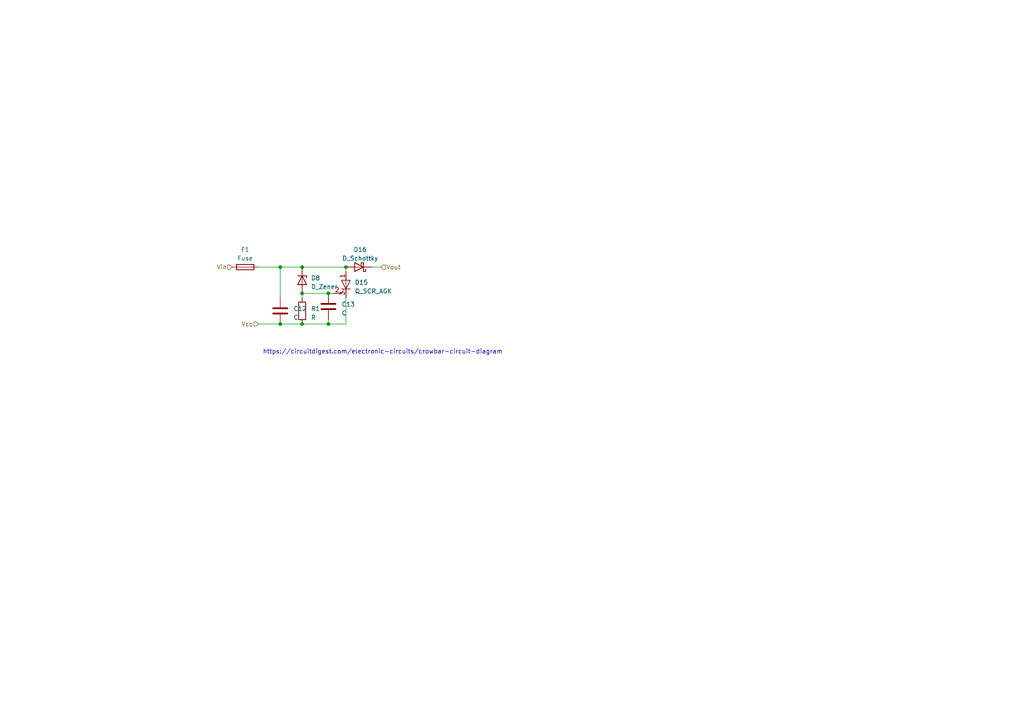
<source format=kicad_sch>
(kicad_sch (version 20230121) (generator eeschema)
  (paper "A4")
  (lib_symbols
    (symbol "Device:C" (pin_numbers hide) (pin_names (offset 0.254))
      (property "Reference" "C" (at 0.635 2.54 0))
      (property "Value" "C" (at 0.635 -2.54 0))
      (symbol "C_0_1"
        (polyline (pts (xy -2.032 -0.762) (xy 2.032 -0.762)) (stroke (width 0.508)))
        (polyline (pts (xy -2.032 0.762) (xy 2.032 0.762)) (stroke (width 0.508)))
      )
      (symbol "C_1_1"
        (pin passive line (at 0 3.81 270) (length 2.794) (name "~") (number "1"))
        (pin passive line (at 0 -3.81 90) (length 2.794) (name "~") (number "2"))
      )
    )
    (symbol "Device:D_Schottky" (pin_numbers hide) (pin_names (offset 1.016) hide)
      (property "Reference" "D" (at 0 2.54 0))
      (property "Value" "D_Schottky" (at 0 -2.54 0))
      (symbol "D_Schottky_0_1"
        (polyline (pts (xy 1.27 0) (xy -1.27 0)))
        (polyline (pts (xy 1.27 1.27) (xy 1.27 -1.27) (xy -1.27 0) (xy 1.27 1.27)) (stroke (width 0.254)))
        (polyline (pts (xy -1.905 0.635) (xy -1.905 1.27) (xy -1.27 1.27) (xy -1.27 -1.27) (xy -0.635 -1.27) (xy -0.635 -0.635)) (stroke (width 0.254)))
      )
      (symbol "D_Schottky_1_1"
        (pin passive line (at -3.81 0 0) (length 2.54) (name "K") (number "1"))
        (pin passive line (at 3.81 0 180) (length 2.54) (name "A") (number "2"))
      )
    )
    (symbol "Device:D_Zener" (pin_numbers hide) (pin_names (offset 1.016) hide)
      (property "Reference" "D" (at 0 2.54 0))
      (property "Value" "D_Zener" (at 0 -2.54 0))
      (symbol "D_Zener_0_1"
        (polyline (pts (xy 1.27 0) (xy -1.27 0)))
        (polyline (pts (xy -1.27 -1.27) (xy -1.27 1.27) (xy -0.762 1.27)) (stroke (width 0.254)))
        (polyline (pts (xy 1.27 -1.27) (xy 1.27 1.27) (xy -1.27 0) (xy 1.27 -1.27)) (stroke (width 0.254)))
      )
      (symbol "D_Zener_1_1"
        (pin passive line (at -3.81 0 0) (length 2.54) (name "K") (number "1"))
        (pin passive line (at 3.81 0 180) (length 2.54) (name "A") (number "2"))
      )
    )
    (symbol "Device:Fuse" (pin_numbers hide) (pin_names (offset 0))
      (property "Reference" "F" (at 2.032 0 90))
      (property "Value" "Fuse" (at -1.905 0 90))
      (symbol "Fuse_0_1"
        (rectangle (start -0.762 -2.54) (end 0.762 2.54) (stroke (width 0.254)))
        (polyline (pts (xy 0 2.54) (xy 0 -2.54)))
      )
      (symbol "Fuse_1_1"
        (pin passive line (at 0 3.81 270) (length 1.27) (name "~") (number "1"))
        (pin passive line (at 0 -3.81 90) (length 1.27) (name "~") (number "2"))
      )
    )
    (symbol "Device:Q_SCR_AGK" (pin_names (offset 0) hide)
      (property "Reference" "D" (at 1.905 0.635 0))
      (property "Value" "Q_SCR_AGK" (at 1.905 -1.27 0))
      (symbol "Q_SCR_AGK_0_1"
        (polyline (pts (xy -1.27 -2.54) (xy -0.635 -1.27)))
        (polyline (pts (xy -1.27 -1.27) (xy 1.27 -1.27)) (stroke (width 0.2032)))
        (polyline (pts (xy 0 -2.54) (xy 0 2.54)))
        (polyline (pts (xy -1.27 1.27) (xy 1.27 1.27) (xy 0 -1.27) (xy -1.27 1.27)) (stroke (width 0.2032)))
      )
      (symbol "Q_SCR_AGK_1_1"
        (pin passive line (at 0 3.81 270) (length 2.54) (name "A") (number "1"))
        (pin input line (at -3.81 -2.54 0) (length 2.54) (name "G") (number "2"))
        (pin passive line (at 0 -3.81 90) (length 2.54) (name "K") (number "3"))
      )
    )
    (symbol "Device:R" (pin_numbers hide) (pin_names (offset 0))
      (property "Reference" "R" (at 2.032 0 90))
      (property "Value" "R" (at 0 0 90))
      (symbol "R_0_1"
        (rectangle (start -1.016 -2.54) (end 1.016 2.54) (stroke (width 0.254)))
      )
      (symbol "R_1_1"
        (pin passive line (at 0 3.81 270) (length 1.27) (name "~") (number "1"))
        (pin passive line (at 0 -3.81 90) (length 1.27) (name "~") (number "2"))
      )
    )
  )
  (junction (at 100.33 77.47))
  (junction (at 87.63 77.47))
  (junction (at 87.63 93.98))
  (junction (at 95.25 93.98))
  (junction (at 81.28 77.47))
  (junction (at 81.28 93.98))
  (junction (at 87.63 85.09))
  (junction (at 95.25 85.09))
  (wire (pts (xy 87.63 85.09) (xy 95.25 85.09)))
  (wire (pts (xy 81.28 93.98) (xy 87.63 93.98)))
  (wire (pts (xy 100.33 77.47) (xy 87.63 77.47)))
  (wire (pts (xy 74.93 93.98) (xy 81.28 93.98)))
  (wire (pts (xy 74.93 77.47) (xy 81.28 77.47)))
  (wire (pts (xy 100.33 93.98) (xy 100.33 86.36)))
  (wire (pts (xy 87.63 93.98) (xy 95.25 93.98)))
  (wire (pts (xy 110.49 77.47) (xy 107.95 77.47)))
  (wire (pts (xy 95.25 93.98) (xy 100.33 93.98)))
  (wire (pts (xy 87.63 86.36) (xy 87.63 85.09)))
  (wire (pts (xy 95.25 85.09) (xy 96.52 85.09)))
  (wire (pts (xy 95.25 93.98) (xy 95.25 92.71)))
  (wire (pts (xy 81.28 77.47) (xy 81.28 86.36)))
  (wire (pts (xy 81.28 77.47) (xy 87.63 77.47)))
  (wire (pts (xy 100.33 78.74) (xy 100.33 77.47)))
  (text "https://circuitdigest.com/electronic-circuits/crowbar-circuit-diagram" (at 76.2 102.87 0) (effects (font (size 1.27 1.27)) (justify left bottom)))
  (hierarchical_label "Vout" (shape input) (at 110.49 77.47 0))
  (hierarchical_label "Vin" (shape input) (at 67.31 77.47 180))
  (hierarchical_label "Vcc" (shape input) (at 74.93 93.98 180))
  (symbol (lib_id "Device:C") (at 81.28 90.17 0) (unit 1)
    (property "Reference" "C12" (at 85.09 89.535 0) (effects (justify left)))
    (property "Value" "C" (at 85.09 92.075 0) (effects (justify left)))
  )
  (symbol (lib_id "Device:Fuse") (at 71.12 77.47 90) (unit 1)
    (property "Reference" "F1" (at 71.12 72.39 90))
    (property "Value" "Fuse" (at 71.12 74.93 90))
  )
  (symbol (lib_id "Device:C") (at 95.25 88.9 0) (unit 1)
    (property "Reference" "C13" (at 99.06 88.265 0) (effects (justify left)))
    (property "Value" "C" (at 99.06 90.805 0) (effects (justify left)))
  )
  (symbol (lib_id "Device:D_Zener") (at 87.63 81.28 270) (unit 1)
    (property "Reference" "D8" (at 90.17 80.645 90) (effects (justify left)))
    (property "Value" "D_Zener" (at 90.17 83.185 90) (effects (justify left)))
  )
  (symbol (lib_id "Device:R") (at 87.63 90.17 0) (unit 1)
    (property "Reference" "R1" (at 90.17 89.535 0) (effects (justify left)))
    (property "Value" "R" (at 90.17 92.075 0) (effects (justify left)))
  )
  (symbol (lib_id "Device:D_Schottky") (at 104.14 77.47 180) (unit 1)
    (property "Reference" "D16" (at 104.4575 72.39 0))
    (property "Value" "D_Schottky" (at 104.4575 74.93 0))
  )
  (symbol (lib_id "Device:Q_SCR_AGK") (at 100.33 82.55 0) (unit 1)
    (property "Reference" "D15" (at 102.87 81.915 0) (effects (justify left)))
    (property "Value" "Q_SCR_AGK" (at 102.87 84.455 0) (effects (justify left)))
  )
)
</source>
